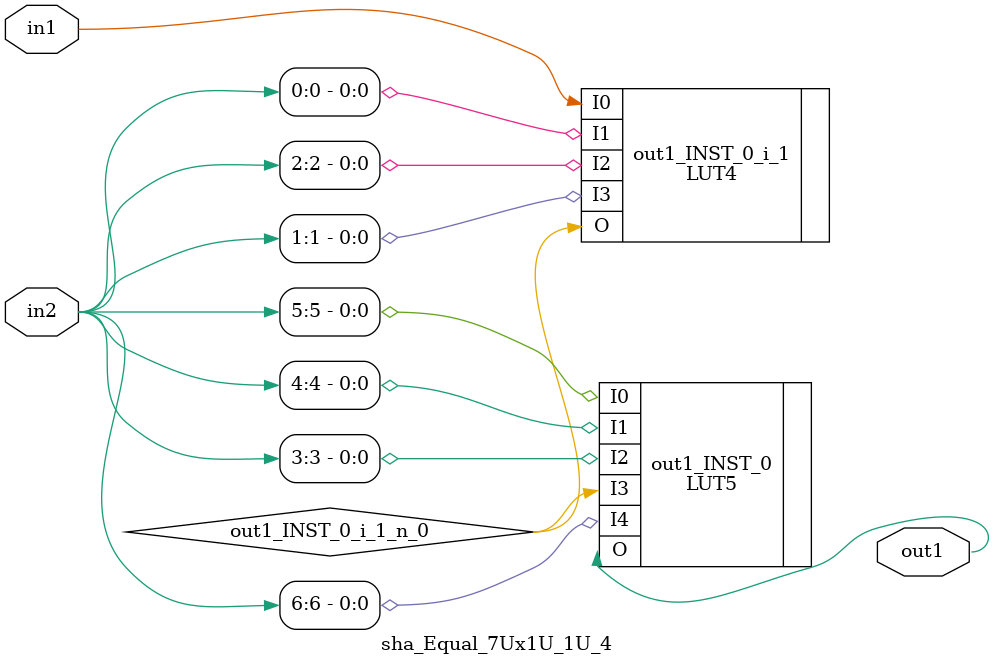
<source format=v>
`timescale 1 ps / 1 ps

(* STRUCTURAL_NETLIST = "yes" *)
module sha_Equal_7Ux1U_1U_4
   (in2,
    in1,
    out1);
  input [6:0]in2;
  input in1;
  output out1;

  wire in1;
  wire [6:0]in2;
  wire out1;
  wire out1_INST_0_i_1_n_0;

  LUT5 #(
    .INIT(32'h00000100)) 
    out1_INST_0
       (.I0(in2[5]),
        .I1(in2[4]),
        .I2(in2[3]),
        .I3(out1_INST_0_i_1_n_0),
        .I4(in2[6]),
        .O(out1));
  LUT4 #(
    .INIT(16'h0009)) 
    out1_INST_0_i_1
       (.I0(in1),
        .I1(in2[0]),
        .I2(in2[2]),
        .I3(in2[1]),
        .O(out1_INST_0_i_1_n_0));
endmodule


</source>
